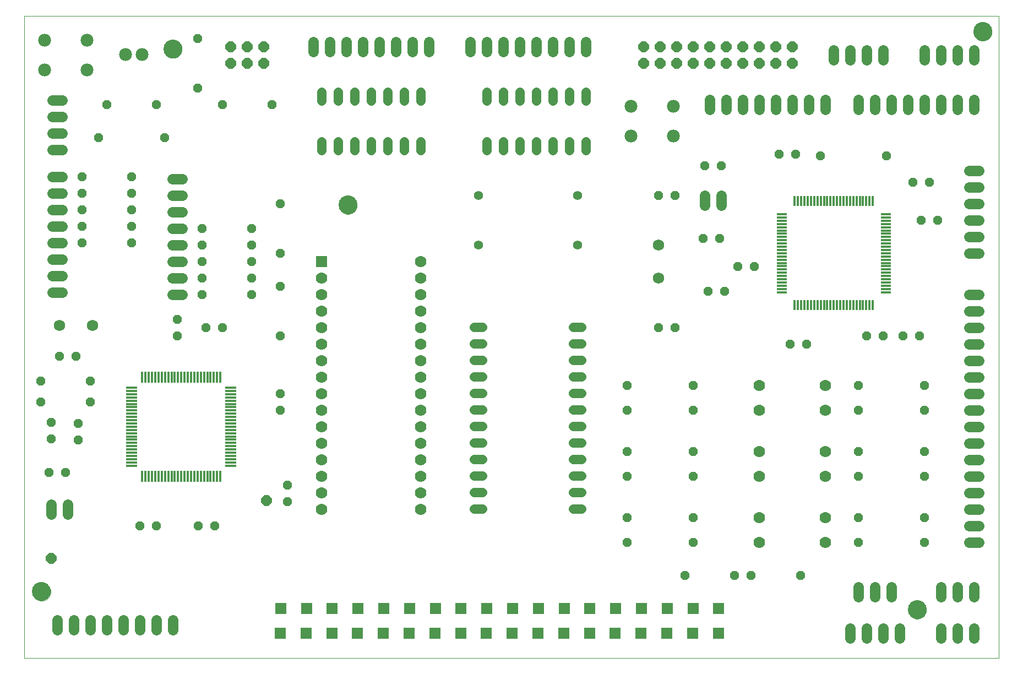
<source format=gts>
G75*
%MOIN*%
%OFA0B0*%
%FSLAX24Y24*%
%IPPOS*%
%LPD*%
%AMOC8*
5,1,8,0,0,1.08239X$1,22.5*
%
%ADD10C,0.0000*%
%ADD11C,0.1142*%
%ADD12OC8,0.0640*%
%ADD13C,0.0560*%
%ADD14C,0.0780*%
%ADD15OC8,0.0560*%
%ADD16C,0.0690*%
%ADD17R,0.0158X0.0670*%
%ADD18R,0.0670X0.0158*%
%ADD19C,0.0640*%
%ADD20R,0.0700X0.0700*%
%ADD21C,0.0700*%
%ADD22R,0.0690X0.0690*%
%ADD23C,0.0560*%
%ADD24R,0.0631X0.0158*%
%ADD25R,0.0158X0.0631*%
%ADD26R,0.0631X0.0178*%
D10*
X000180Y000180D02*
X000180Y039050D01*
X059172Y039050D01*
X059172Y000180D01*
X000180Y000180D01*
X000667Y004193D02*
X000669Y004240D01*
X000675Y004286D01*
X000685Y004332D01*
X000698Y004377D01*
X000716Y004420D01*
X000737Y004462D01*
X000761Y004502D01*
X000789Y004539D01*
X000820Y004574D01*
X000854Y004607D01*
X000890Y004636D01*
X000929Y004662D01*
X000970Y004685D01*
X001013Y004704D01*
X001057Y004720D01*
X001102Y004732D01*
X001148Y004740D01*
X001195Y004744D01*
X001241Y004744D01*
X001288Y004740D01*
X001334Y004732D01*
X001379Y004720D01*
X001423Y004704D01*
X001466Y004685D01*
X001507Y004662D01*
X001546Y004636D01*
X001582Y004607D01*
X001616Y004574D01*
X001647Y004539D01*
X001675Y004502D01*
X001699Y004462D01*
X001720Y004420D01*
X001738Y004377D01*
X001751Y004332D01*
X001761Y004286D01*
X001767Y004240D01*
X001769Y004193D01*
X001767Y004146D01*
X001761Y004100D01*
X001751Y004054D01*
X001738Y004009D01*
X001720Y003966D01*
X001699Y003924D01*
X001675Y003884D01*
X001647Y003847D01*
X001616Y003812D01*
X001582Y003779D01*
X001546Y003750D01*
X001507Y003724D01*
X001466Y003701D01*
X001423Y003682D01*
X001379Y003666D01*
X001334Y003654D01*
X001288Y003646D01*
X001241Y003642D01*
X001195Y003642D01*
X001148Y003646D01*
X001102Y003654D01*
X001057Y003666D01*
X001013Y003682D01*
X000970Y003701D01*
X000929Y003724D01*
X000890Y003750D01*
X000854Y003779D01*
X000820Y003812D01*
X000789Y003847D01*
X000761Y003884D01*
X000737Y003924D01*
X000716Y003966D01*
X000698Y004009D01*
X000685Y004054D01*
X000675Y004100D01*
X000669Y004146D01*
X000667Y004193D01*
X019217Y027605D02*
X019219Y027652D01*
X019225Y027698D01*
X019235Y027744D01*
X019248Y027789D01*
X019266Y027832D01*
X019287Y027874D01*
X019311Y027914D01*
X019339Y027951D01*
X019370Y027986D01*
X019404Y028019D01*
X019440Y028048D01*
X019479Y028074D01*
X019520Y028097D01*
X019563Y028116D01*
X019607Y028132D01*
X019652Y028144D01*
X019698Y028152D01*
X019745Y028156D01*
X019791Y028156D01*
X019838Y028152D01*
X019884Y028144D01*
X019929Y028132D01*
X019973Y028116D01*
X020016Y028097D01*
X020057Y028074D01*
X020096Y028048D01*
X020132Y028019D01*
X020166Y027986D01*
X020197Y027951D01*
X020225Y027914D01*
X020249Y027874D01*
X020270Y027832D01*
X020288Y027789D01*
X020301Y027744D01*
X020311Y027698D01*
X020317Y027652D01*
X020319Y027605D01*
X020317Y027558D01*
X020311Y027512D01*
X020301Y027466D01*
X020288Y027421D01*
X020270Y027378D01*
X020249Y027336D01*
X020225Y027296D01*
X020197Y027259D01*
X020166Y027224D01*
X020132Y027191D01*
X020096Y027162D01*
X020057Y027136D01*
X020016Y027113D01*
X019973Y027094D01*
X019929Y027078D01*
X019884Y027066D01*
X019838Y027058D01*
X019791Y027054D01*
X019745Y027054D01*
X019698Y027058D01*
X019652Y027066D01*
X019607Y027078D01*
X019563Y027094D01*
X019520Y027113D01*
X019479Y027136D01*
X019440Y027162D01*
X019404Y027191D01*
X019370Y027224D01*
X019339Y027259D01*
X019311Y027296D01*
X019287Y027336D01*
X019266Y027378D01*
X019248Y027421D01*
X019235Y027466D01*
X019225Y027512D01*
X019219Y027558D01*
X019217Y027605D01*
X008617Y037043D02*
X008619Y037090D01*
X008625Y037136D01*
X008635Y037182D01*
X008648Y037227D01*
X008666Y037270D01*
X008687Y037312D01*
X008711Y037352D01*
X008739Y037389D01*
X008770Y037424D01*
X008804Y037457D01*
X008840Y037486D01*
X008879Y037512D01*
X008920Y037535D01*
X008963Y037554D01*
X009007Y037570D01*
X009052Y037582D01*
X009098Y037590D01*
X009145Y037594D01*
X009191Y037594D01*
X009238Y037590D01*
X009284Y037582D01*
X009329Y037570D01*
X009373Y037554D01*
X009416Y037535D01*
X009457Y037512D01*
X009496Y037486D01*
X009532Y037457D01*
X009566Y037424D01*
X009597Y037389D01*
X009625Y037352D01*
X009649Y037312D01*
X009670Y037270D01*
X009688Y037227D01*
X009701Y037182D01*
X009711Y037136D01*
X009717Y037090D01*
X009719Y037043D01*
X009717Y036996D01*
X009711Y036950D01*
X009701Y036904D01*
X009688Y036859D01*
X009670Y036816D01*
X009649Y036774D01*
X009625Y036734D01*
X009597Y036697D01*
X009566Y036662D01*
X009532Y036629D01*
X009496Y036600D01*
X009457Y036574D01*
X009416Y036551D01*
X009373Y036532D01*
X009329Y036516D01*
X009284Y036504D01*
X009238Y036496D01*
X009191Y036492D01*
X009145Y036492D01*
X009098Y036496D01*
X009052Y036504D01*
X009007Y036516D01*
X008963Y036532D01*
X008920Y036551D01*
X008879Y036574D01*
X008840Y036600D01*
X008804Y036629D01*
X008770Y036662D01*
X008739Y036697D01*
X008711Y036734D01*
X008687Y036774D01*
X008666Y036816D01*
X008648Y036859D01*
X008635Y036904D01*
X008625Y036950D01*
X008619Y036996D01*
X008617Y037043D01*
X057642Y038093D02*
X057644Y038140D01*
X057650Y038186D01*
X057660Y038232D01*
X057673Y038277D01*
X057691Y038320D01*
X057712Y038362D01*
X057736Y038402D01*
X057764Y038439D01*
X057795Y038474D01*
X057829Y038507D01*
X057865Y038536D01*
X057904Y038562D01*
X057945Y038585D01*
X057988Y038604D01*
X058032Y038620D01*
X058077Y038632D01*
X058123Y038640D01*
X058170Y038644D01*
X058216Y038644D01*
X058263Y038640D01*
X058309Y038632D01*
X058354Y038620D01*
X058398Y038604D01*
X058441Y038585D01*
X058482Y038562D01*
X058521Y038536D01*
X058557Y038507D01*
X058591Y038474D01*
X058622Y038439D01*
X058650Y038402D01*
X058674Y038362D01*
X058695Y038320D01*
X058713Y038277D01*
X058726Y038232D01*
X058736Y038186D01*
X058742Y038140D01*
X058744Y038093D01*
X058742Y038046D01*
X058736Y038000D01*
X058726Y037954D01*
X058713Y037909D01*
X058695Y037866D01*
X058674Y037824D01*
X058650Y037784D01*
X058622Y037747D01*
X058591Y037712D01*
X058557Y037679D01*
X058521Y037650D01*
X058482Y037624D01*
X058441Y037601D01*
X058398Y037582D01*
X058354Y037566D01*
X058309Y037554D01*
X058263Y037546D01*
X058216Y037542D01*
X058170Y037542D01*
X058123Y037546D01*
X058077Y037554D01*
X058032Y037566D01*
X057988Y037582D01*
X057945Y037601D01*
X057904Y037624D01*
X057865Y037650D01*
X057829Y037679D01*
X057795Y037712D01*
X057764Y037747D01*
X057736Y037784D01*
X057712Y037824D01*
X057691Y037866D01*
X057673Y037909D01*
X057660Y037954D01*
X057650Y038000D01*
X057644Y038046D01*
X057642Y038093D01*
X053679Y003105D02*
X053681Y003152D01*
X053687Y003198D01*
X053697Y003244D01*
X053710Y003289D01*
X053728Y003332D01*
X053749Y003374D01*
X053773Y003414D01*
X053801Y003451D01*
X053832Y003486D01*
X053866Y003519D01*
X053902Y003548D01*
X053941Y003574D01*
X053982Y003597D01*
X054025Y003616D01*
X054069Y003632D01*
X054114Y003644D01*
X054160Y003652D01*
X054207Y003656D01*
X054253Y003656D01*
X054300Y003652D01*
X054346Y003644D01*
X054391Y003632D01*
X054435Y003616D01*
X054478Y003597D01*
X054519Y003574D01*
X054558Y003548D01*
X054594Y003519D01*
X054628Y003486D01*
X054659Y003451D01*
X054687Y003414D01*
X054711Y003374D01*
X054732Y003332D01*
X054750Y003289D01*
X054763Y003244D01*
X054773Y003198D01*
X054779Y003152D01*
X054781Y003105D01*
X054779Y003058D01*
X054773Y003012D01*
X054763Y002966D01*
X054750Y002921D01*
X054732Y002878D01*
X054711Y002836D01*
X054687Y002796D01*
X054659Y002759D01*
X054628Y002724D01*
X054594Y002691D01*
X054558Y002662D01*
X054519Y002636D01*
X054478Y002613D01*
X054435Y002594D01*
X054391Y002578D01*
X054346Y002566D01*
X054300Y002558D01*
X054253Y002554D01*
X054207Y002554D01*
X054160Y002558D01*
X054114Y002566D01*
X054069Y002578D01*
X054025Y002594D01*
X053982Y002613D01*
X053941Y002636D01*
X053902Y002662D01*
X053866Y002691D01*
X053832Y002724D01*
X053801Y002759D01*
X053773Y002796D01*
X053749Y002836D01*
X053728Y002878D01*
X053710Y002921D01*
X053697Y002966D01*
X053687Y003012D01*
X053681Y003058D01*
X053679Y003105D01*
D11*
X054230Y003105D03*
X019768Y027605D03*
X009168Y037043D03*
X058193Y038093D03*
X001218Y004193D03*
D12*
X001818Y006205D03*
X014843Y009705D03*
X014680Y036180D03*
X013680Y036180D03*
X012680Y036180D03*
X012680Y037180D03*
X013680Y037180D03*
X014680Y037180D03*
X037680Y037180D03*
X038680Y037180D03*
X039680Y037180D03*
X040680Y037180D03*
X041680Y037180D03*
X042680Y037180D03*
X043680Y037180D03*
X044680Y037180D03*
X045680Y037180D03*
X046680Y037180D03*
X046680Y036180D03*
X045680Y036180D03*
X044680Y036180D03*
X043680Y036180D03*
X042680Y036180D03*
X041680Y036180D03*
X040680Y036180D03*
X039680Y036180D03*
X038680Y036180D03*
X037680Y036180D03*
D13*
X033680Y028180D03*
X033680Y025180D03*
X027680Y025180D03*
X027680Y028180D03*
D14*
X036900Y031790D03*
X039460Y031790D03*
X039460Y033570D03*
X036900Y033570D03*
X007318Y036693D03*
X006318Y036693D03*
X003960Y037570D03*
X001400Y037570D03*
X001400Y035790D03*
X003960Y035790D03*
D15*
X005180Y033680D03*
X004680Y031680D03*
X003680Y029305D03*
X003680Y028305D03*
X003680Y027305D03*
X003680Y026305D03*
X003680Y025305D03*
X006680Y025305D03*
X006680Y026305D03*
X006680Y027305D03*
X006680Y028305D03*
X006680Y029305D03*
X008680Y031680D03*
X008180Y033680D03*
X010680Y034680D03*
X012180Y033680D03*
X015180Y033680D03*
X010680Y037680D03*
X015680Y027680D03*
X013930Y026180D03*
X013930Y025180D03*
X013930Y024180D03*
X013930Y023180D03*
X013930Y022180D03*
X015680Y022680D03*
X015680Y024680D03*
X010930Y024180D03*
X010930Y025180D03*
X010930Y026180D03*
X010930Y023180D03*
X010930Y022180D03*
X009430Y020680D03*
X009430Y019680D03*
X011180Y020180D03*
X012180Y020180D03*
X015680Y019680D03*
X015680Y016180D03*
X015680Y015180D03*
X016118Y010655D03*
X016118Y009655D03*
X011718Y008180D03*
X010718Y008180D03*
X008180Y008180D03*
X007180Y008180D03*
X002680Y011418D03*
X001680Y011418D03*
X003443Y013380D03*
X001805Y013430D03*
X001805Y014430D03*
X003443Y014380D03*
X004180Y015680D03*
X004180Y016930D03*
X003305Y018430D03*
X002305Y018430D03*
X001180Y016930D03*
X001180Y015680D03*
X036680Y015180D03*
X036680Y016680D03*
X040680Y016680D03*
X040680Y015180D03*
X040680Y012680D03*
X040680Y011180D03*
X040680Y008680D03*
X040680Y007180D03*
X040180Y005180D03*
X043180Y005180D03*
X044180Y005180D03*
X047180Y005180D03*
X050680Y007180D03*
X050680Y008680D03*
X050680Y011180D03*
X050680Y012680D03*
X050680Y015180D03*
X050680Y016680D03*
X047530Y019168D03*
X046530Y019168D03*
X051180Y019680D03*
X052180Y019680D03*
X053380Y019680D03*
X054380Y019680D03*
X054680Y016680D03*
X054680Y015180D03*
X054680Y012680D03*
X054680Y011180D03*
X054680Y008680D03*
X054680Y007180D03*
X036680Y007180D03*
X036680Y008680D03*
X036680Y011180D03*
X036680Y012680D03*
X038580Y020180D03*
X039580Y020180D03*
X041580Y022380D03*
X042580Y022380D03*
X043380Y023880D03*
X044380Y023880D03*
X042280Y025580D03*
X041280Y025580D03*
X039580Y028180D03*
X038580Y028180D03*
X041380Y029980D03*
X042380Y029980D03*
X045880Y030680D03*
X046880Y030680D03*
X048380Y030580D03*
X052380Y030580D03*
X053980Y028980D03*
X054980Y028980D03*
X054480Y026680D03*
X055480Y026680D03*
D16*
X038580Y025180D03*
X038580Y023180D03*
X004305Y020305D03*
X002305Y020305D03*
D17*
X007318Y017172D03*
X007515Y017172D03*
X007711Y017172D03*
X007908Y017172D03*
X008105Y017172D03*
X008302Y017172D03*
X008499Y017172D03*
X008696Y017172D03*
X008893Y017172D03*
X009089Y017172D03*
X009286Y017172D03*
X009483Y017172D03*
X009680Y017172D03*
X009877Y017172D03*
X010074Y017172D03*
X010271Y017172D03*
X010467Y017172D03*
X010664Y017172D03*
X010861Y017172D03*
X011058Y017172D03*
X011255Y017172D03*
X011452Y017172D03*
X011649Y017172D03*
X011845Y017172D03*
X012042Y017172D03*
X012042Y011188D03*
X011845Y011188D03*
X011649Y011188D03*
X011452Y011188D03*
X011255Y011188D03*
X011058Y011188D03*
X010861Y011188D03*
X010664Y011188D03*
X010467Y011188D03*
X010271Y011188D03*
X010074Y011188D03*
X009877Y011188D03*
X009680Y011188D03*
X009483Y011188D03*
X009286Y011188D03*
X009089Y011188D03*
X008893Y011188D03*
X008696Y011188D03*
X008499Y011188D03*
X008302Y011188D03*
X008105Y011188D03*
X007908Y011188D03*
X007711Y011188D03*
X007515Y011188D03*
X007318Y011188D03*
D18*
X006688Y011818D03*
X006688Y012015D03*
X006688Y012211D03*
X006688Y012408D03*
X006688Y012605D03*
X006688Y012802D03*
X006688Y012999D03*
X006688Y013196D03*
X006688Y013393D03*
X006688Y013589D03*
X006688Y013786D03*
X006688Y013983D03*
X006688Y014180D03*
X006688Y014377D03*
X006688Y014574D03*
X006688Y014771D03*
X006688Y014967D03*
X006688Y015164D03*
X006688Y015361D03*
X006688Y015558D03*
X006688Y015755D03*
X006688Y015952D03*
X006688Y016149D03*
X006688Y016345D03*
X006688Y016542D03*
X012672Y016542D03*
X012672Y016345D03*
X012672Y016149D03*
X012672Y015952D03*
X012672Y015755D03*
X012672Y015558D03*
X012672Y015361D03*
X012672Y015164D03*
X012672Y014967D03*
X012672Y014771D03*
X012672Y014574D03*
X012672Y014377D03*
X012672Y014180D03*
X012672Y013983D03*
X012672Y013786D03*
X012672Y013589D03*
X012672Y013393D03*
X012672Y013196D03*
X012672Y012999D03*
X012672Y012802D03*
X012672Y012605D03*
X012672Y012408D03*
X012672Y012211D03*
X012672Y012015D03*
X012672Y011818D03*
D19*
X002805Y009480D02*
X002805Y008880D01*
X001805Y008880D02*
X001805Y009480D01*
X002180Y002480D02*
X002180Y001880D01*
X003180Y001880D02*
X003180Y002480D01*
X004180Y002480D02*
X004180Y001880D01*
X005180Y001880D02*
X005180Y002480D01*
X006180Y002480D02*
X006180Y001880D01*
X007180Y001880D02*
X007180Y002480D01*
X008180Y002480D02*
X008180Y001880D01*
X009180Y001880D02*
X009180Y002480D01*
X009130Y022180D02*
X009730Y022180D01*
X009730Y023180D02*
X009130Y023180D01*
X009130Y024180D02*
X009730Y024180D01*
X009730Y025180D02*
X009130Y025180D01*
X009130Y026180D02*
X009730Y026180D01*
X009730Y027180D02*
X009130Y027180D01*
X009130Y028180D02*
X009730Y028180D01*
X009730Y029180D02*
X009130Y029180D01*
X002480Y029305D02*
X001880Y029305D01*
X001880Y028305D02*
X002480Y028305D01*
X002480Y027305D02*
X001880Y027305D01*
X001880Y026305D02*
X002480Y026305D01*
X002480Y025305D02*
X001880Y025305D01*
X001880Y024305D02*
X002480Y024305D01*
X002480Y023305D02*
X001880Y023305D01*
X001880Y022305D02*
X002480Y022305D01*
X002480Y030930D02*
X001880Y030930D01*
X001880Y031930D02*
X002480Y031930D01*
X002480Y032930D02*
X001880Y032930D01*
X001880Y033930D02*
X002480Y033930D01*
X017680Y036880D02*
X017680Y037480D01*
X018680Y037480D02*
X018680Y036880D01*
X019680Y036880D02*
X019680Y037480D01*
X020680Y037480D02*
X020680Y036880D01*
X021680Y036880D02*
X021680Y037480D01*
X022680Y037480D02*
X022680Y036880D01*
X023680Y036880D02*
X023680Y037480D01*
X024680Y037480D02*
X024680Y036880D01*
X027180Y036880D02*
X027180Y037480D01*
X028180Y037480D02*
X028180Y036880D01*
X029180Y036880D02*
X029180Y037480D01*
X030180Y037480D02*
X030180Y036880D01*
X031180Y036880D02*
X031180Y037480D01*
X032180Y037480D02*
X032180Y036880D01*
X033180Y036880D02*
X033180Y037480D01*
X034180Y037480D02*
X034180Y036880D01*
X041680Y033980D02*
X041680Y033380D01*
X042680Y033380D02*
X042680Y033980D01*
X043680Y033980D02*
X043680Y033380D01*
X044680Y033380D02*
X044680Y033980D01*
X045680Y033980D02*
X045680Y033380D01*
X046680Y033380D02*
X046680Y033980D01*
X047680Y033980D02*
X047680Y033380D01*
X048680Y033380D02*
X048680Y033980D01*
X050680Y033980D02*
X050680Y033380D01*
X051680Y033380D02*
X051680Y033980D01*
X052680Y033980D02*
X052680Y033380D01*
X053680Y033380D02*
X053680Y033980D01*
X054680Y033980D02*
X054680Y033380D01*
X055680Y033380D02*
X055680Y033980D01*
X056680Y033980D02*
X056680Y033380D01*
X057680Y033380D02*
X057680Y033980D01*
X057680Y036380D02*
X057680Y036980D01*
X056680Y036980D02*
X056680Y036380D01*
X055680Y036380D02*
X055680Y036980D01*
X054680Y036980D02*
X054680Y036380D01*
X052180Y036380D02*
X052180Y036980D01*
X051180Y036980D02*
X051180Y036380D01*
X050180Y036380D02*
X050180Y036980D01*
X049180Y036980D02*
X049180Y036380D01*
X057380Y029680D02*
X057980Y029680D01*
X057980Y028680D02*
X057380Y028680D01*
X057380Y027680D02*
X057980Y027680D01*
X057980Y026680D02*
X057380Y026680D01*
X057380Y025680D02*
X057980Y025680D01*
X057980Y024680D02*
X057380Y024680D01*
X057380Y022180D02*
X057980Y022180D01*
X057980Y021180D02*
X057380Y021180D01*
X057380Y020180D02*
X057980Y020180D01*
X057980Y019180D02*
X057380Y019180D01*
X057380Y018180D02*
X057980Y018180D01*
X057980Y017180D02*
X057380Y017180D01*
X057380Y016180D02*
X057980Y016180D01*
X057980Y015180D02*
X057380Y015180D01*
X057380Y014180D02*
X057980Y014180D01*
X057980Y013180D02*
X057380Y013180D01*
X057380Y012180D02*
X057980Y012180D01*
X057980Y011180D02*
X057380Y011180D01*
X057380Y010180D02*
X057980Y010180D01*
X057980Y009180D02*
X057380Y009180D01*
X057380Y008180D02*
X057980Y008180D01*
X057980Y007180D02*
X057380Y007180D01*
X057680Y004480D02*
X057680Y003880D01*
X056680Y003880D02*
X056680Y004480D01*
X055680Y004480D02*
X055680Y003880D01*
X055680Y001980D02*
X055680Y001380D01*
X056680Y001380D02*
X056680Y001980D01*
X057680Y001980D02*
X057680Y001380D01*
X053180Y001380D02*
X053180Y001980D01*
X052180Y001980D02*
X052180Y001380D01*
X051180Y001380D02*
X051180Y001980D01*
X050180Y001980D02*
X050180Y001380D01*
X050680Y003880D02*
X050680Y004480D01*
X051680Y004480D02*
X051680Y003880D01*
X052680Y003880D02*
X052680Y004480D01*
X042380Y027580D02*
X042380Y028180D01*
X041380Y028180D02*
X041380Y027580D01*
D20*
X018180Y024180D03*
D21*
X018180Y023180D03*
X018180Y022180D03*
X018180Y021180D03*
X018180Y020180D03*
X018180Y019180D03*
X018180Y018180D03*
X018180Y017180D03*
X018180Y016180D03*
X018180Y015180D03*
X018180Y014180D03*
X018180Y013180D03*
X018180Y012180D03*
X018180Y011180D03*
X018180Y010180D03*
X018180Y009180D03*
X024180Y009180D03*
X024180Y010180D03*
X024180Y011180D03*
X024180Y012180D03*
X024180Y013180D03*
X024180Y014180D03*
X024180Y015180D03*
X024180Y016180D03*
X024180Y017180D03*
X024180Y018180D03*
X024180Y019180D03*
X024180Y020180D03*
X024180Y021180D03*
X024180Y022180D03*
X024180Y023180D03*
X024180Y024180D03*
X044680Y016680D03*
X044680Y015180D03*
X044680Y012680D03*
X044680Y011180D03*
X044680Y008680D03*
X044680Y007180D03*
X048680Y007180D03*
X048680Y008680D03*
X048680Y011180D03*
X048680Y012680D03*
X048680Y015180D03*
X048680Y016680D03*
D22*
X042220Y003190D03*
X040660Y003190D03*
X039100Y003190D03*
X037540Y003190D03*
X035980Y003190D03*
X034420Y003190D03*
X032860Y003190D03*
X031300Y003190D03*
X029740Y003190D03*
X028180Y003190D03*
X026620Y003190D03*
X025060Y003190D03*
X023500Y003190D03*
X021940Y003190D03*
X020380Y003190D03*
X018820Y003190D03*
X017260Y003190D03*
X015700Y003190D03*
X015670Y001670D03*
X017230Y001670D03*
X018790Y001670D03*
X020350Y001670D03*
X021910Y001670D03*
X023470Y001670D03*
X025030Y001670D03*
X026590Y001670D03*
X028150Y001670D03*
X029710Y001670D03*
X031270Y001670D03*
X032830Y001670D03*
X034390Y001670D03*
X035950Y001670D03*
X037510Y001670D03*
X039070Y001670D03*
X040630Y001670D03*
X042190Y001670D03*
D23*
X033915Y009218D02*
X033395Y009218D01*
X033395Y010218D02*
X033915Y010218D01*
X033915Y011218D02*
X033395Y011218D01*
X033395Y012218D02*
X033915Y012218D01*
X033915Y013218D02*
X033395Y013218D01*
X033395Y014218D02*
X033915Y014218D01*
X033915Y015218D02*
X033395Y015218D01*
X033395Y016218D02*
X033915Y016218D01*
X033915Y017218D02*
X033395Y017218D01*
X033395Y018218D02*
X033915Y018218D01*
X033915Y019218D02*
X033395Y019218D01*
X033395Y020218D02*
X033915Y020218D01*
X027915Y020218D02*
X027395Y020218D01*
X027395Y019218D02*
X027915Y019218D01*
X027915Y018218D02*
X027395Y018218D01*
X027395Y017218D02*
X027915Y017218D01*
X027915Y016218D02*
X027395Y016218D01*
X027395Y015218D02*
X027915Y015218D01*
X027915Y014218D02*
X027395Y014218D01*
X027395Y013218D02*
X027915Y013218D01*
X027915Y012218D02*
X027395Y012218D01*
X027395Y011218D02*
X027915Y011218D01*
X027915Y010218D02*
X027395Y010218D01*
X027395Y009218D02*
X027915Y009218D01*
X028180Y030920D02*
X028180Y031440D01*
X029180Y031440D02*
X029180Y030920D01*
X030180Y030920D02*
X030180Y031440D01*
X031180Y031440D02*
X031180Y030920D01*
X032180Y030920D02*
X032180Y031440D01*
X033180Y031440D02*
X033180Y030920D01*
X034180Y030920D02*
X034180Y031440D01*
X034180Y033920D02*
X034180Y034440D01*
X033180Y034440D02*
X033180Y033920D01*
X032180Y033920D02*
X032180Y034440D01*
X031180Y034440D02*
X031180Y033920D01*
X030180Y033920D02*
X030180Y034440D01*
X029180Y034440D02*
X029180Y033920D01*
X028180Y033920D02*
X028180Y034440D01*
X024180Y034440D02*
X024180Y033920D01*
X023180Y033920D02*
X023180Y034440D01*
X022180Y034440D02*
X022180Y033920D01*
X021180Y033920D02*
X021180Y034440D01*
X020180Y034440D02*
X020180Y033920D01*
X019180Y033920D02*
X019180Y034440D01*
X018180Y034440D02*
X018180Y033920D01*
X018180Y031440D02*
X018180Y030920D01*
X019180Y030920D02*
X019180Y031440D01*
X020180Y031440D02*
X020180Y030920D01*
X021180Y030920D02*
X021180Y031440D01*
X022180Y031440D02*
X022180Y030920D01*
X023180Y030920D02*
X023180Y031440D01*
X024180Y031440D02*
X024180Y030920D01*
D24*
X046030Y027042D03*
X046030Y026845D03*
X046030Y026649D03*
X046030Y026452D03*
X046030Y026255D03*
X046030Y026058D03*
X046030Y025861D03*
X046030Y025664D03*
X046030Y025467D03*
X046030Y025271D03*
X046030Y025074D03*
X046030Y024877D03*
X046030Y024680D03*
X046030Y024483D03*
X046030Y024286D03*
X046030Y024089D03*
X046030Y023893D03*
X046030Y023696D03*
X046030Y023499D03*
X046030Y023302D03*
X046030Y023105D03*
X046030Y022908D03*
X046030Y022711D03*
X046030Y022515D03*
X046030Y022318D03*
X052330Y022318D03*
X052330Y022515D03*
X052330Y022711D03*
X052330Y022908D03*
X052330Y023105D03*
X052330Y023302D03*
X052330Y023499D03*
X052330Y023696D03*
X052330Y023893D03*
X052330Y024089D03*
X052330Y024483D03*
X052330Y024680D03*
X052330Y024877D03*
X052330Y025074D03*
X052330Y025271D03*
X052330Y025467D03*
X052330Y025664D03*
X052330Y025861D03*
X052330Y026058D03*
X052330Y026452D03*
X052330Y026649D03*
X052330Y026845D03*
X052330Y027042D03*
D25*
X051542Y027830D03*
X051345Y027830D03*
X051149Y027830D03*
X050952Y027830D03*
X050755Y027830D03*
X050558Y027830D03*
X050361Y027830D03*
X050164Y027830D03*
X049967Y027830D03*
X049771Y027830D03*
X049574Y027830D03*
X049377Y027830D03*
X049180Y027830D03*
X048983Y027830D03*
X048786Y027830D03*
X048589Y027830D03*
X048393Y027830D03*
X048196Y027830D03*
X047999Y027830D03*
X047802Y027830D03*
X047605Y027830D03*
X047408Y027830D03*
X047211Y027830D03*
X047015Y027830D03*
X046818Y027830D03*
X046818Y021530D03*
X047015Y021530D03*
X047211Y021530D03*
X047408Y021530D03*
X047605Y021530D03*
X047802Y021530D03*
X047999Y021530D03*
X048196Y021530D03*
X048393Y021530D03*
X048589Y021530D03*
X048786Y021530D03*
X048983Y021530D03*
X049180Y021530D03*
X049377Y021530D03*
X049574Y021530D03*
X049771Y021530D03*
X049967Y021530D03*
X050164Y021530D03*
X050361Y021530D03*
X050558Y021530D03*
X050755Y021530D03*
X050952Y021530D03*
X051149Y021530D03*
X051345Y021530D03*
X051542Y021530D03*
D26*
X052330Y024286D03*
X052330Y026255D03*
M02*

</source>
